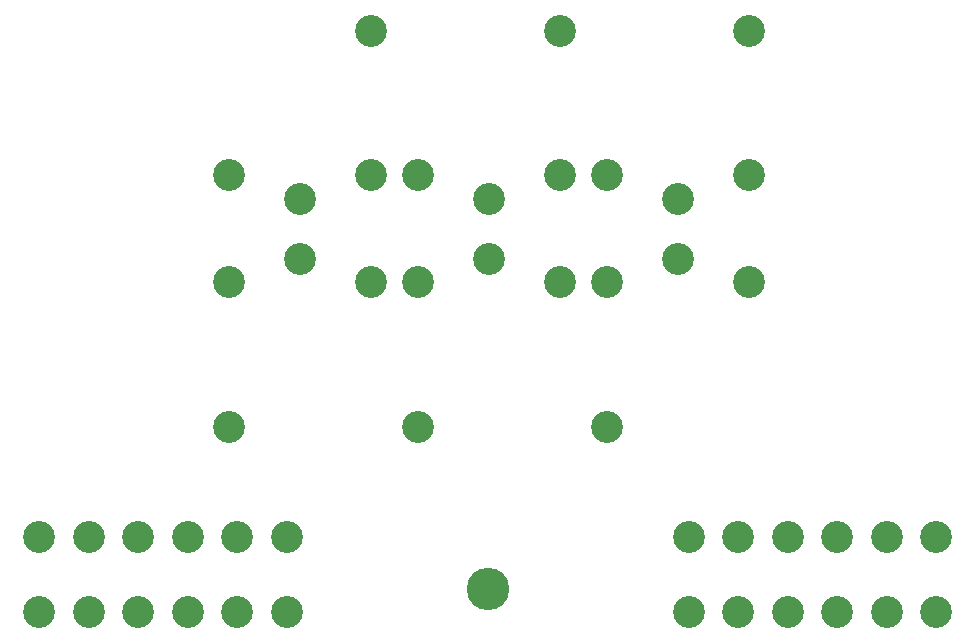
<source format=gbr>
G04 #@! TF.FileFunction,Soldermask,Bot*
%FSLAX46Y46*%
G04 Gerber Fmt 4.6, Leading zero omitted, Abs format (unit mm)*
G04 Created by KiCad (PCBNEW 4.0.6) date 06/08/18 14:18:22*
%MOMM*%
%LPD*%
G01*
G04 APERTURE LIST*
%ADD10C,0.100000*%
%ADD11C,2.700000*%
%ADD12C,3.600000*%
G04 APERTURE END LIST*
D10*
D11*
X108451000Y-133282000D03*
X108451000Y-139632000D03*
X112641000Y-133282000D03*
X112641000Y-139632000D03*
X116831000Y-133282000D03*
X116831000Y-139632000D03*
X121021000Y-133282000D03*
X121021000Y-139632000D03*
X125211000Y-133282000D03*
X125211000Y-139632000D03*
X129401000Y-133282000D03*
X129401000Y-139632000D03*
X163451000Y-133282000D03*
X163451000Y-139632000D03*
X167641000Y-133282000D03*
X167641000Y-139632000D03*
X171831000Y-133282000D03*
X171831000Y-139632000D03*
X176021000Y-133282000D03*
X176021000Y-139632000D03*
X180211000Y-133282000D03*
X180211000Y-139632000D03*
X184401000Y-133282000D03*
X184401000Y-139632000D03*
D12*
X146431000Y-137672000D03*
D11*
X168532600Y-102652800D03*
X156532600Y-102652800D03*
X162532600Y-104652800D03*
X168532600Y-90452800D03*
X152532600Y-102652800D03*
X140532600Y-102652800D03*
X146532600Y-104652800D03*
X152532600Y-90452800D03*
X136532600Y-102652800D03*
X124532600Y-102652800D03*
X130532600Y-104652800D03*
X136532600Y-90452800D03*
X124532600Y-111752800D03*
X136532600Y-111752800D03*
X130532600Y-109752800D03*
X124532600Y-123952800D03*
X140532600Y-111752800D03*
X152532600Y-111752800D03*
X146532600Y-109752800D03*
X140532600Y-123952800D03*
X156532600Y-111752800D03*
X168532600Y-111752800D03*
X162532600Y-109752800D03*
X156532600Y-123952800D03*
M02*

</source>
